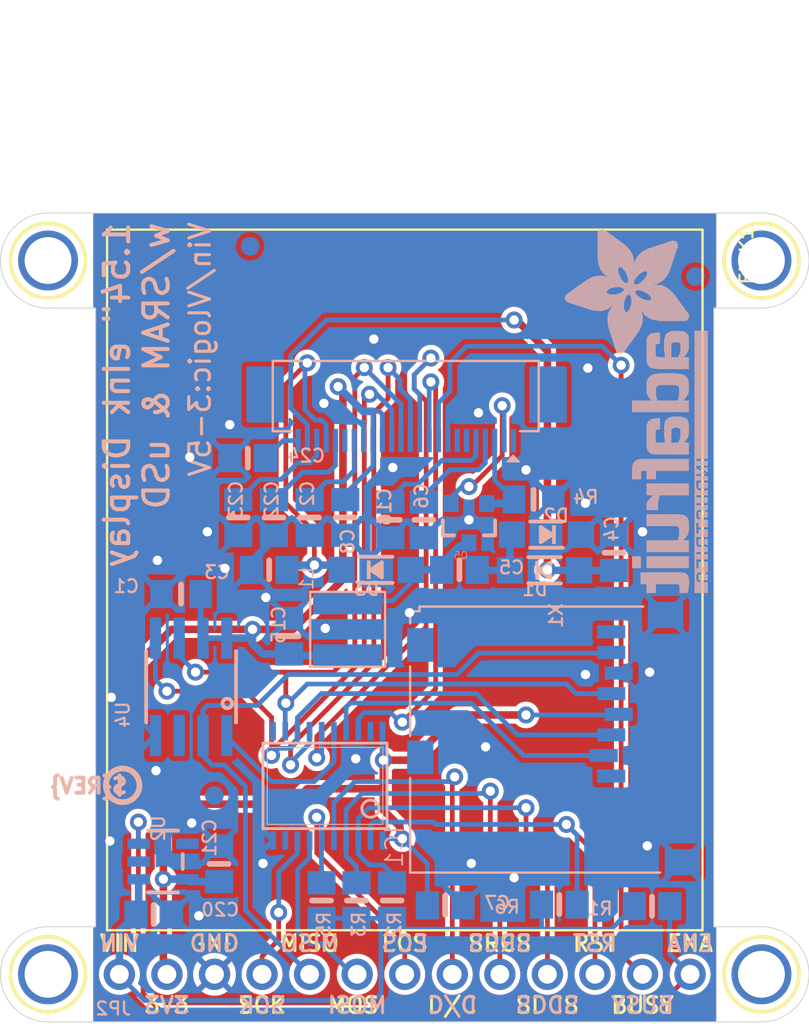
<source format=kicad_pcb>
(kicad_pcb (version 20221018) (generator pcbnew)
  (layers (0 "F.Cu" signal) (31 "B.Cu" signal) (34 "B.Paste" user) (35 "F.Paste" user) (36 "B.SilkS" user "B.Silkscreen") (37 "F.SilkS" user "F.Silkscreen") (38 "B.Mask" user) (39 "F.Mask" user) (44 "Edge.Cuts" user))
  (net 0 "")
  (net 1 "GND")
  (net 2 "3.3V")
  (net 3 "VGH")
  (net 4 "VGL")
  (net 5 "VIN")
  (net 6 "SCLK_3V")
  (net 7 "MOSI_3V")
  (net 8 "DISPCS_3V")
  (net 9 "SRAMCS_3V")
  (net 10 "RESET_3V")
  (net 11 "MISO")
  (net 12 "BUSY")
  (net 13 "RESET")
  (net 14 "SCLK")
  (net 15 "DISPCS")
  (net 16 "SRAMCS")
  (net 17 "SDCS_3V")
  (net 18 "SDCS")
  (net 19 "GDR")
  (net 20 "RESE")
  (net 21 "N$4")
  (net 22 "N$5")
  (net 23 "N$6")
  (net 24 "N$27")
  (net 25 "N$33")
  (net 26 "DC_3V")
  (net 27 "N$2")
  (net 28 "N$3")
  (net 29 "DC")
  (net 30 "MOSI")
  (net 31 "TSCL")
  (net 32 "TSDA")
  (net 33 "ENABLE")
  (net 34 "N$9")
  (footprint "working:MOUNTINGHOLE_2.5_PLATED" (layer "F.Cu") (at 129.4511 124.0536)
    (fp_text reference "U$3" hide)
    (fp_text value "MOUNTINGHOLE2.5" hide)
  )
  (footprint "working:EINK_154IN" (layer "F.Cu") (at 162.3041 92.0026 -90)
    (fp_text reference "EINK1")
    (fp_text value "EINK_EPD0231EINK_154IN_200X200")
  )
  (footprint "working:MOUNTINGHOLE_2.5_PLATED" (layer "F.Cu") (at 167.5511 85.9536)
    (fp_text reference "U$6" hide)
    (fp_text value "MOUNTINGHOLE2.5" hide)
  )
  (footprint "working:MOUNTINGHOLE_2.5_PLATED" (layer "F.Cu") (at 167.5511 124.0536)
    (fp_text reference "U$4" hide)
    (fp_text value "MOUNTINGHOLE2.5" hide)
  )
  (footprint "working:MOUNTINGHOLE_2.5_PLATED" (layer "F.Cu") (at 129.4511 85.9536)
    (fp_text reference "U$5" hide)
    (fp_text value "MOUNTINGHOLE2.5" hide)
  )
  (footprint "working:0805-NO" (layer "B.Cu") (at 147.8261 120.1166 -90)
    (fp_text reference "R2")
    (fp_text value "100K")
  )
  (footprint "working:0805-NO" (layer "B.Cu") (at 151.4221 102.4636)
    (fp_text reference "C5")
    (fp_text value "4.7uF/25V")
  )
  (footprint "working:0805-NO" (layer "B.Cu") (at 140.1191 96.4946)
    (fp_text reference "C24")
    (fp_text value "1uF/6V")
  )
  (footprint "working:0805-NO" (layer "B.Cu") (at 143.4211 99.6696 90)
    (fp_text reference "C2")
    (fp_text value "1uF/10V")
  )
  (footprint "working:ADAFRUIT_TEXT_20MM" (layer "B.Cu") (at 164.6751 84.1286 -90)
    (fp_text reference "U$28" hide)
    (fp_text value "" hide)
  )
  (footprint "working:0805-NO" (layer "B.Cu") (at 156.7561 120.3306 180)
    (fp_text reference "R6")
    (fp_text value "100K")
  )
  (footprint "working:SOIC8_150MIL" (layer "B.Cu") (at 137.0921 108.7066 180)
    (fp_text reference "U4")
    (fp_text value "23K640-I/SN")
  )
  (footprint "working:0805-NO" (layer "B.Cu") (at 145.3261 99.6696 -90)
    (fp_text reference "C8")
    (fp_text value "1uF")
  )
  (footprint "working:0805-NO" (layer "B.Cu") (at 161.7091 120.4176 180)
    (fp_text reference "R1")
    (fp_text value "100K")
  )
  (footprint "working:SOT23-3" (layer "B.Cu") (at 151.9301 99.9236)
    (fp_text reference "Q5")
    (fp_text value "IRLML0100")
  )
  (footprint "working:SOD-123" (layer "B.Cu") (at 146.9771 102.4636)
    (fp_text reference "D3")
    (fp_text value "MBR0530")
  )
  (footprint "working:0805_10MGAP" (layer "B.Cu") (at 155.3845 98.7044)
    (fp_text reference "R4")
    (fp_text value "0.47ohm")
  )
  (footprint "working:0805-NO" (layer "B.Cu") (at 159.6771 101.5492 90)
    (fp_text reference "C4")
    (fp_text value "1uF/25V")
  )
  (footprint "working:0805-NO" (layer "B.Cu") (at 147.7391 99.7966 90)
    (fp_text reference "C16")
    (fp_text value "1uF/25V")
  )
  (footprint "working:FIDUCIAL_1MM" (layer "B.Cu") (at 164.0271 86.8106 180)
    (fp_text reference "FID1" hide)
    (fp_text value "FIDUCIAL_1MM" hide)
  )
  (footprint "working:0805-NO" (layer "B.Cu") (at 139.6111 99.6696 90)
    (fp_text reference "C23")
    (fp_text value "1uF/25V")
  )
  (footprint "working:SOD-123" (layer "B.Cu") (at 155.9687 102.489)
    (fp_text reference "D1")
    (fp_text value "MBR0530")
  )
  (footprint "working:0805-NO" (layer "B.Cu") (at 141.5161 99.6696 90)
    (fp_text reference "C22")
    (fp_text value "1uF/25V")
  )
  (footprint "working:0805-NO" (layer "B.Cu") (at 145.9211 120.1166 -90)
    (fp_text reference "R3")
    (fp_text value "100K")
  )
  (footprint "working:0805-NO" (layer "B.Cu") (at 138.5851 118.1596 90)
    (fp_text reference "C21")
    (fp_text value "10µF")
  )
  (footprint "working:0805-NO" (layer "B.Cu") (at 142.3249 106.0078 -90)
    (fp_text reference "C15")
    (fp_text value "10uF/10V+")
  )
  (footprint "working:FIDUCIAL_1MM" (layer "B.Cu") (at 140.2461 85.1916 180)
    (fp_text reference "FID3" hide)
    (fp_text value "FIDUCIAL_1MM" hide)
  )
  (footprint "working:PCBFEAT-REV-040" (layer "B.Cu") (at 133.4371 113.9676 180)
    (fp_text reference "U$9" hide)
    (fp_text value "" hide)
  )
  (footprint "working:1X13_ROUND_70" (layer "B.Cu") (at 148.5011 124.0536)
    (fp_text reference "JP2")
    (fp_text value "")
  )
  (footprint "working:0805-NO" (layer "B.Cu") (at 150.6601 120.3706)
    (fp_text reference "C7")
    (fp_text value "1uF")
  )
  (footprint "working:INDUCTOR_4X4MM_NR401" (layer "B.Cu") (at 145.4531 105.6386 -90)
    (fp_text reference "L1")
    (fp_text value "10uH")
  )
  (footprint "working:0805-NO" (layer "B.Cu") (at 135.0911 120.8616)
    (fp_text reference "C20")
    (fp_text value "10µF")
  )
  (footprint "working:FIDUCIAL_1MM" (layer "B.Cu") (at 138.3321 114.5166 90)
    (fp_text reference "FID2" hide)
    (fp_text value "FIDUCIAL_1MM" hide)
  )
  (footprint "working:MICROSD" (layer "B.Cu") (at 148.8911 104.4732 -90)
    (fp_text reference "X1")
    (fp_text value "MICROSD")
  )
  (footprint "working:TSSOP20" (layer "B.Cu") (at 144.2447 113.9952 180)
    (fp_text reference "IC1")
    (fp_text value "74LVC245PW")
  )
  (footprint "working:0805_10MGAP" (layer "B.Cu") (at 136.5539 103.7602 180)
    (fp_text reference "C1")
    (fp_text value "1uF")
  )
  (footprint "working:0805-NO" (layer "B.Cu") (at 149.5171 99.7966 90)
    (fp_text reference "C6")
    (fp_text value "1uF/10V")
  )
  (footprint "working:SOD-123" (layer "B.Cu") (at 156.0703 100.584 180)
    (fp_text reference "D2")
    (fp_text value "MBR0530")
  )
  (footprint "working:SOT23-5" (layer "B.Cu") (at 135.5931 118.0326 90)
    (fp_text reference "U2")
    (fp_text value "MIC5225-3.3")
  )
  (footprint "working:0805-NO" (layer "B.Cu") (at 141.2621 102.4636 180)
    (fp_text reference "C3")
    (fp_text value "1uF/25V")
  )
  (footprint "working:0805-NO" (layer "B.Cu") (at 144.0561 120.1166 -90)
    (fp_text reference "R5")
    (fp_text value "100K")
  )
  (gr_line (start 131.9911 121.5136) (end 129.4511 121.5136) (stroke (width 0.05)) (layer "Edge.Cuts"))
  (gr_arc (start 170.0911 85.9536) (mid 169.347151 87.749651) (end 167.5511 88.4936) (stroke (width 0.05)) (layer "Edge.Cuts"))
  (gr_arc (start 167.5511 83.4136) (mid 169.347151 84.157549) (end 170.0911 85.9536) (stroke (width 0.05)) (layer "Edge.Cuts"))
  (gr_line (start 129.4511 83.4136) (end 167.5511 83.4136) (stroke (width 0.05)) (layer "Edge.Cuts"))
  (gr_line (start 167.5511 121.5136) (end 165.0111 121.5136) (stroke (width 0.05)) (layer "Edge.Cuts"))
  (gr_line (start 167.5511 126.5936) (end 129.4511 126.5936) (stroke (width 0.05)) (layer "Edge.Cuts"))
  (gr_line (start 131.9911 88.4936) (end 129.4511 88.4936) (stroke (width 0.05)) (layer "Edge.Cuts"))
  (gr_arc (start 129.4511 88.4936) (mid 127.655049 87.749651) (end 126.911101 85.953599) (stroke (width 0.05)) (layer "Edge.Cuts"))
  (gr_arc (start 170.0911 124.0536) (mid 169.347151 125.849651) (end 167.5511 126.5936) (stroke (width 0.05)) (layer "Edge.Cuts"))
  (gr_line (start 131.9911 88.4936) (end 131.9911 121.5136) (stroke (width 0.05)) (layer "Edge.Cuts"))
  (gr_arc (start 129.4511 126.5936) (mid 127.655049 125.849651) (end 126.911101 124.053599) (stroke (width 0.05)) (layer "Edge.Cuts"))
  (gr_line (start 167.5511 88.4936) (end 165.0111 88.4936) (stroke (width 0.05)) (layer "Edge.Cuts"))
  (gr_arc (start 126.911101 124.053601) (mid 127.655049 122.257549) (end 129.4511 121.5136) (stroke (width 0.05)) (layer "Edge.Cuts"))
  (gr_arc (start 126.9111 85.9536) (mid 127.655049 84.157548) (end 129.451101 83.413599) (stroke (width 0.05)) (layer "Edge.Cuts"))
  (gr_arc (start 167.5511 121.5136) (mid 169.347151 122.257549) (end 170.0911 124.0536) (stroke (width 0.05)) (layer "Edge.Cuts"))
  (gr_line (start 165.0111 121.5136) (end 165.0111 88.4936) (stroke (width 0.05)) (layer "Edge.Cuts"))
  (gr_text "SCK" (at 140.8811 125.7046) (layer "B.SilkS") (effects (font (size 0.8636 0.8636) (thickness 0.1524)) (justify mirror)))
  (gr_text "RST" (at 158.6611 122.4026) (layer "B.SilkS") (effects (font (size 0.8636 0.8636) (thickness 0.1524)) (justify mirror)))
  (gr_text "ENA" (at 163.7411 122.4026) (layer "B.SilkS") (effects (font (size 0.8636 0.8636) (thickness 0.1524)) (justify mirror)))
  (gr_text "ECS" (at 148.5011 122.4026) (layer "B.SilkS") (effects (font (size 0.8636 0.8636) (thickness 0.1524)) (justify mirror)))
  (gr_text "3V3" (at 135.8011 125.7046) (layer "B.SilkS") (effects (font (size 0.8636 0.8636) (thickness 0.1524)) (justify mirror)))
  (gr_text "MOSI" (at 145.9611 125.7046) (layer "B.SilkS") (effects (font (size 0.8636 0.8636) (thickness 0.1524)) (justify mirror)))
  (gr_text "VIN" (at 133.2611 122.4026) (layer "B.SilkS") (effects (font (size 0.8636 0.8636) (thickness 0.1524)) (justify mirror)))
  (gr_text "Vin/Vlogic:3-5V" (at 138.2141 83.7946 -270) (layer "B.SilkS") (effects (font (size 1.1049 1.1049) (thickness 0.1651)) (justify left bottom mirror)))
  (gr_text "MISO" (at 143.4211 122.4026) (layer "B.SilkS") (effects (font (size 0.8636 0.8636) (thickness 0.1524)) (justify mirror)))
  (gr_text "SRCS" (at 153.5811 122.4026) (layer "B.SilkS") (effects (font (size 0.8636 0.8636) (thickness 0.1524)) (justify mirror)))
  (gr_text "D/C" (at 151.0411 125.7046) (layer "B.SilkS") (effects (font (size 0.8636 0.8636) (thickness 0.1524)) (justify mirror)))
  (gr_text "GND" (at 138.3411 122.4026) (layer "B.SilkS") (effects (font (size 0.8636 0.8636) (thickness 0.1524)) (justify mirror)))
  (gr_text "1.54\" eInk Display\nw/SRAM & uSD" (at 132.3721 83.7946 -270) (layer "B.SilkS") (effects (font (size 1.31064 1.31064) (thickness 0.21336)) (justify left top mirror)))
  (gr_text "BUSY" (at 161.2011 125.7046) (layer "B.SilkS") (effects (font (size 0.8636 0.8636) (thickness 0.1524)) (justify mirror)))
  (gr_text "SDCS" (at 156.1211 125.7046) (layer "B.SilkS") (effects (font (size 0.8636 0.8636) (thickness 0.1524)) (justify mirror)))
  (gr_text "ENA" (at 163.7411 122.4026) (layer "F.SilkS") (effects (font (size 0.8636 0.8636) (thickness 0.1524))))
  (gr_text "SDCS" (at 156.1211 125.7046) (layer "F.SilkS") (effects (font (size 0.8636 0.8636) (thickness 0.1524))))
  (gr_text "MOSI" (at 145.9611 125.7046) (layer "F.SilkS") (effects (font (size 0.8636 0.8636) (thickness 0.1524))))
  (gr_text "SRCS" (at 153.5811 122.4026) (layer "F.SilkS") (effects (font (size 0.8636 0.8636) (thickness 0.1524))))
  (gr_text "ECS" (at 148.5011 122.4026) (layer "F.SilkS") (effects (font (size 0.8636 0.8636) (thickness 0.1524))))
  (gr_text "3V3" (at 135.8011 125.7046) (layer "F.SilkS") (effects (font (size 0.8636 0.8636) (thickness 0.1524))))
  (gr_text "VIN" (at 133.2611 122.4026) (layer "F.SilkS") (effects (font (size 0.8636 0.8636) (thickness 0.1524))))
  (gr_text "MISO" (at 143.4211 122.4026) (layer "F.SilkS") (effects (font (size 0.8636 0.8636) (thickness 0.1524))))
  (gr_text "D/C" (at 151.0411 125.7046) (layer "F.SilkS") (effects (font (size 0.8636 0.8636) (thickness 0.1524))))
  (gr_text "RST" (at 158.6611 122.4026) (layer "F.SilkS") (effects (font (size 0.8636 0.8636) (thickness 0.1524))))
  (gr_text "GND" (at 138.3411 122.4026) (layer "F.SilkS") (effects (font (size 0.8636 0.8636) (thickness 0.1524))))
  (gr_text "BUSY" (at 161.2011 125.7046) (layer "F.SilkS") (effects (font (size 0.8636 0.8636) (thickness 0.1524))))
  (gr_text "SCK" (at 140.8811 125.7046) (layer "F.SilkS") (effects (font (size 0.8636 0.8636) (thickness 0.1524))))
  (via (at 135.2931 101.9556) (size 0.9064) (drill 0.5) (layers "F.Cu" "B.Cu") (net 1))
  (via (at 152.0571 118.1354) (size 0.9064) (drill 0.5) (layers "F.Cu" "B.Cu") (net 1))
  (via (at 152.4381 94.0816) (size 0.9064) (drill 0.5) (layers "F.Cu" "B.Cu") (net 1))
  (via (at 161.5821 107.9246) (size 0.9064) (drill 0.5) (layers "F.Cu" "B.Cu") (net 1))
  (via (at 137.9601 100.4316) (size 0.9064) (drill 0.5) (layers "F.Cu" "B.Cu") (net 1))
  (via (at 158.2801 91.694) (size 0.9064) (drill 0.5) (layers "F.Cu" "B.Cu") (net 1))
  (via (at 145.8849 112.5474) (size 0.9064) (drill 0.5) (layers "F.Cu" "B.Cu") (net 1))
  (via (at 132.8293 109.2708) (size 0.9064) (drill 0.5) (layers "F.Cu" "B.Cu") (net 1))
  (via (at 147.8661 97.0026) (size 0.9064) (drill 0.5) (layers "F.Cu" "B.Cu") (net 1))
  (via (at 158.1531 98.9076) (size 0.9064) (drill 0.5) (layers "F.Cu" "B.Cu") (net 1))
  (via (at 154.9781 97.1296) (size 0.9064) (drill 0.5) (layers "F.Cu" "B.Cu") (net 1))
  (via (at 152.8191 111.9124) (size 0.9064) (drill 0.5) (layers "F.Cu" "B.Cu") (net 1))
  (via (at 141.0843 103.9368) (size 0.9064) (drill 0.5) (layers "F.Cu" "B.Cu") (net 1))
  (via (at 132.7531 116.9416) (size 0.9064) (drill 0.5) (layers "F.Cu" "B.Cu") (net 1))
  (via (at 144.1831 93.5736) (size 0.9064) (drill 0.5) (layers "F.Cu" "B.Cu") (net 1))
  (via (at 144.2593 105.5878) (size 0.9064) (drill 0.5) (layers "F.Cu" "B.Cu") (net 1))
  (via (at 146.8501 90.1446) (size 0.9064) (drill 0.5) (layers "F.Cu" "B.Cu") (net 1))
  (via (at 137.0203 96.4438) (size 0.9064) (drill 0.5) (layers "F.Cu" "B.Cu") (net 1))
  (via (at 140.9319 118.1354) (size 0.9064) (drill 0.5) (layers "F.Cu" "B.Cu") (net 1))
  (via (at 138.8999 102.3874) (size 0.9064) (drill 0.5) (layers "F.Cu" "B.Cu") (net 1))
  (via (at 135.2169 113.1824) (size 0.9064) (drill 0.5) (layers "F.Cu" "B.Cu") (net 1))
  (via (at 154.3431 118.8974) (size 0.9064) (drill 0.5) (layers "F.Cu" "B.Cu") (net 1))
  (via (at 161.4551 117.1956) (size 0.9064) (drill 0.5) (layers "F.Cu" "B.Cu") (net 1))
  (via (at 137.5029 120.9294) (size 0.9064) (drill 0.5) (layers "F.Cu" "B.Cu") (net 1))
  (via (at 137.1219 115.9764) (size 0.9064) (drill 0.5) (layers "F.Cu" "B.Cu") (net 1))
  (via (at 139.1539 94.7166) (size 0.9064) (drill 0.5) (layers "F.Cu" "B.Cu") (net 1))
  (via (at 161.2011 100.4316) (size 0.9064) (drill 0.5) (layers "F.Cu" "B.Cu") (net 1))
  (via (at 151.9301 99.7966) (size 0.9064) (drill 0.5) (layers "F.Cu" "B.Cu") (net 1))
  (via (at 158.1531 108.0516) (size 0.9064) (drill 0.5) (layers "F.Cu" "B.Cu") (net 1))
  (via (at 148.7551 104.7496) (size 0.9064) (drill 0.5) (layers "F.Cu" "B.Cu") (net 1))
  (segment (start 146.3041 95.5626) (end 146.3041 94.8056) (width 0.254) (layer "B.Cu") (net 1))
  (segment (start 146.3041 94.8056) (end 146.0881 94.5896) (width 0.254) (layer "B.Cu") (net 1))
  (segment (start 140.3121 102.0166) (end 141.1351 101.1936) (width 0.4064) (layer "B.Cu") (net 1))
  (segment (start 146.0881 94.5896) (end 145.3261 94.5896) (width 0.254) (layer "B.Cu") (net 1))
  (segment (start 150.8041 95.5626) (end 150.8041 94.5726) (width 0.254) (layer "B.Cu") (net 1))
  (segment (start 144.3101 93.5736) (end 144.1831 93.5736) (width 0.254) (layer "B.Cu") (net 1))
  (segment (start 140.3121 102.4636) (end 140.3121 102.0166) (width 0.4064) (layer "B.Cu") (net 1))
  (segment (start 150.8041 94.5726) (end 151.1681 94.2086) (width 0.254) (layer "B.Cu") (net 1))
  (segment (start 145.3261 94.5896) (end 144.3101 93.5736) (width 0.254) (layer "B.Cu") (net 1))
  (segment (start 141.1351 101.1936) (end 141.1351 100.8126) (width 0.4064) (layer "B.Cu") (net 1))
  (segment (start 147.3581 115.2906) (end 147.3581 114.1476) (width 0.4064) (layer "F.Cu") (net 2))
  (segment (start 148.8821 112.6236) (end 147.3581 112.6236) (width 0.4064) (layer "F.Cu") (net 2))
  (segment (start 145.1991 92.9386) (end 144.9451 92.6846) (width 0.4064) (layer "F.Cu") (net 2))
  (segment (start 135.6106 118.9736) (end 135.6106 114.9731) (width 0.4064) (layer "F.Cu") (net 2))
  (segment (start 145.1991 102.9716) (end 145.1991 92.9386) (width 0.4064) (layer "F.Cu") (net 2))
  (segment (start 151.2951 110.2106) (end 154.9781 110.2106) (width 0.4064) (layer "F.Cu") (net 2))
  (segment (start 142.5321 105.6386) (end 145.1991 102.9716) (width 0.4064) (layer "F.Cu") (net 2))
  (segment (start 134.0231 107.6706) (end 136.0551 105.6386) (width 0.4064) (layer "F.Cu") (net 2))
  (segment (start 135.6106 123.8631) (end 135.6106 118.9736) (width 0.4064) (layer "F.Cu") (net 2))
  (segment (start 142.4686 114.9731) (end 143.2941 114.1476) (width 0.4064) (layer "F.Cu") (net 2))
  (segment (start 136.0551 105.6386) (end 140.3731 105.6386) (width 0.4064) (layer "F.Cu") (net 2))
  (segment (start 135.8011 124.0536) (end 135.6106 123.8631) (width 0.4064) (layer "F.Cu") (net 2))
  (segment (start 148.3741 116.8146) (end 148.2471 116.6876) (width 0.4064) (layer "F.Cu") (net 2))
  (segment (start 135.6106 114.9731) (end 142.4686 114.9731) (width 0.4064) (layer "F.Cu") (net 2))
  (segment (start 143.2941 114.1476) (end 147.3581 114.1476) (width 0.4064) (layer "F.Cu") (net 2))
  (segment (start 134.0231 113.3856) (end 134.0231 107.6706) (width 0.4064) (layer "F.Cu") (net 2))
  (segment (start 151.2951 110.2106) (end 148.8821 112.6236) (width 0.4064) (layer "F.Cu") (net 2))
  (segment (start 140.3731 105.6386) (end 142.5321 105.6386) (width 0.4064) (layer "F.Cu") (net 2))
  (segment (start 147.3581 114.1476) (end 147.3581 112.6236) (width 0.4064) (layer "F.Cu") (net 2))
  (segment (start 148.2471 116.1796) (end 147.3581 115.2906) (width 0.4064) (layer "F.Cu") (net 2))
  (segment (start 135.6106 114.9731) (end 134.0231 113.3856) (width 0.4064) (layer "F.Cu") (net 2))
  (segment (start 148.2471 116.6876) (end 148.2471 116.1796) (width 0.4064) (layer "F.Cu") (net 2))
  (via (at 147.3581 112.6236) (size 0.9064) (drill 0.5) (layers "F.Cu" "B.Cu") (net 2))
  (via (at 135.6106 118.9736) (size 0.9064) (drill 0.5) (layers "F.Cu" "B.Cu") (net 2))
  (via (at 148.3741 116.8146) (size 0.9064) (drill 0.5) (layers "F.Cu" "B.Cu") (net 2))
  (via (at 140.3731 105.6386) (size 0.9064) (drill 0.5) (layers "F.Cu" "B.Cu") (net 2))
  (via (at 154.9781 110.2106) (size 0.9064) (drill 0.5) (layers "F.Cu" "B.Cu") (net 2))
  (via (at 144.9451 92.6846) (size 0.9064) (drill 0.5) (layers "F.Cu" "B.Cu") (net 2))
  (segment (start 145.3261 98.3996) (end 145.3261 98.7196) (width 0.254) (layer "B.Cu") (net 2))
  (segment (start 137.0202 119.1096) (end 136.8932 118.9826) (width 0.4064) (layer "B.Cu") (net 2))
  (segment (start 146.8041 94.0006) (end 146.2611 94.0006) (width 0.4064) (layer "B.Cu") (net 2))
  (segment (start 149.7101 120.3706) (end 149.7101 118.1506) (width 0.254) (layer "B.Cu") (net 2))
  (segment (start 147.3197 112.6236) (end 147.3581 112.6236) (width 0.3048) (layer "B.Cu") (net 2))
  (segment (start 147.3041 94.1546) (end 147.3041 95.5626) (width 0.254) (layer "B.Cu") (net 2))
  (segment (start 147.3197 111.0774) (end 147.3197 112.6236) (width 0.3048) (layer "B.Cu") (net 2))
  (segment (start 140.9303 106.9578) (end 140.3731 106.4006) (width 0.4064) (layer "B.Cu") (net 2))
  (segment (start 145.4531 107.0386) (end 142.4057 107.0386) (width 0.4064) (layer "B.Cu") (net 2))
  (segment (start 147.3041 94.1546) (end 147.1501 94.0006) (width 0.254) (layer "B.Cu") (net 2))
  (segment (start 146.8041 95.5626) (end 146.8041 94.0006) (width 0.254) (layer "B.Cu") (net 2))
  (segment (start 146.8041 95.5626) (end 146.8041 96.9216) (width 0.254) (layer "B.Cu") (net 2))
  (segment (start 147.4181 116.8146) (end 148.3741 116.8146) (width 0.254) (layer "B.Cu") (net 2))
  (segment (start 146.2611 94.0006) (end 144.9451 92.6846) (width 0.4064) (layer "B.Cu") (net 2))
  (segment (start 138.5851 119.1096) (end 137.0202 119.1096) (width 0.4064) (layer "B.Cu") (net 2))
  (segment (start 147.3197 116.913) (end 147.4181 116.8146) (width 0.254) (layer "B.Cu") (net 2))
  (segment (start 140.3731 106.1466) (end 140.3731 105.6386) (width 0.4064) (layer "B.Cu") (net 2))
  (segment (start 138.9971 106.1066) (end 137.7271 106.1066) (width 0.3048) (layer "B.Cu") (net 2))
  (segment (start 142.4057 107.0386) (end 142.3249 106.9578) (width 0.4064) (layer "B.Cu") (net 2))
  (segment (start 136.8842 118.9736) (end 135.6106 118.9736) (width 0.4064) (layer "B.Cu") (net 2))
  (segment (start 140.3331 106.1066) (end 140.3731 106.1466) (width 0.4064) (layer "B.Cu") (net 2))
  (segment (start 159.9311 110.2106) (end 154.9781 110.2106) (width 0.254) (layer "B.Cu") (net 2))
  (segment (start 137.7271 106.1066) (end 137.6039 105.9834) (width 0.3048) (layer "B.Cu") (net 2))
  (segment (start 138.9971 106.1066) (end 140.3331 106.1066) (width 0.4064) (layer "B.Cu") (net 2))
  (segment (start 147.1501 94.0006) (end 146.8041 94.0006) (width 0.254) (layer "B.Cu") (net 2))
  (segment (start 136.8932 118.9826) (end 136.8842 118.9736) (width 0.4064) (layer "B.Cu") (net 2))
  (segment (start 146.8041 96.9216) (end 145.3261 98.3996) (width 0.254) (layer "B.Cu") (net 2))
  (segment (start 159.9311 110.1732) (end 159.9311 110.2106) (width 0.254) (layer "B.Cu") (net 2))
  (segment (start 149.7101 118.1506) (end 148.3741 116.8146) (width 0.254) (layer "B.Cu") (net 2))
  (segment (start 142.3249 106.9578) (end 140.9303 106.9578) (width 0.4064) (layer "B.Cu") (net 2))
  (segment (start 144.9451 92.6496) (end 144.9451 92.6846) (width 0.4064) (layer "B.Cu") (net 2))
  (segment (start 140.3731 106.4006) (end 140.3731 106.1466) (width 0.4064) (layer "B.Cu") (net 2))
  (segment (start 137.6039 105.9834) (end 137.6039 103.7602) (width 0.3048) (layer "B.Cu") (net 2))
  (segment (start 142.1511 98.9076) (end 142.1511 92.5576) (width 0.254) (layer "F.Cu") (net 3))
  (segment (start 143.6751 102.2096) (end 143.6751 100.4316) (width 0.254) (layer "F.Cu") (net 3))
  (segment (start 142.1511 92.5576) (end 143.2941 91.4146) (width 0.254) (layer "F.Cu") (net 3))
  (segment (start 143.6751 100.4316) (end 142.1511 98.9076) (width 0.254) (layer "F.Cu") (net 3))
  (via (at 143.2941 91.4146) (size 0.9064) (drill 0.5) (layers "F.Cu" "B.Cu") (net 3))
  (via (at 143.6751 102.2096) (size 0.9064) (drill 0.5) (layers "F.Cu" "B.Cu") (net 3))
  (segment (start 142.2121 102.4636) (end 142.2121 102.3366) (width 0.4064) (layer "B.Cu") (net 3))
  (segment (start 142.5321 102.2096) (end 143.6751 102.2096) (width 0.4064) (layer "B.Cu") (net 3))
  (segment (start 143.7259 94.4626) (end 143.1671 93.9038) (width 0.254) (layer "B.Cu") (net 3))
  (segment (start 143.1671 93.9038) (end 143.1671 91.7956) (width 0.254) (layer "B.Cu") (net 3))
  (segment (start 145.1271 102.4636) (end 144.8181 102.4636) (width 0.4064) (layer "B.Cu") (net 3))
  (segment (start 142.2121 102.3366) (end 142.4051 102.3366) (width 0.4064) (layer "B.Cu") (net 3))
  (segment (start 143.2941 91.6686) (end 143.2941 91.4146) (width 0.254) (layer "B.Cu") (net 3))
  (segment (start 144.3041 94.7106) (end 144.0561 94.4626) (width 0.254) (layer "B.Cu") (net 3))
  (segment (start 142.4051 102.3366) (end 142.5321 102.2096) (width 0.4064) (layer "B.Cu") (net 3))
  (segment (start 144.0561 94.4626) (end 143.7259 94.4626) (width 0.254) (layer "B.Cu") (net 3))
  (segment (start 143.1671 91.7956) (end 143.2941 91.6686) (width 0.254) (layer "B.Cu") (net 3))
  (segment (start 144.3041 95.5626) (end 144.3041 94.7106) (width 0.254) (layer "B.Cu") (net 3))
  (segment (start 144.8181 102.4636) (end 144.5641 102.2096) (width 0.4064) (layer "B.Cu") (net 3))
  (segment (start 144.5641 102.2096) (end 143.6751 102.2096) (width 0.4064) (layer "B.Cu") (net 3))
  (segment (start 156.1211 90.7796) (end 154.4701 89.1286) (width 0.4064) (layer "F.Cu") (net 4))
  (segment (start 156.1211 102.4636) (end 156.1211 90.7796) (width 0.4064) (layer "F.Cu") (net 4))
  (segment (start 154.3431 89.1286) (end 154.4701 89.1286) (width 0.254) (layer "F.Cu") (net 4))
  (via (at 154.3431 89.1286) (size 0.9064) (drill 0.5) (layers "F.Cu" "B.Cu") (net 4))
  (via (at 156.1211 102.4636) (size 0.9064) (drill 0.5) (layers "F.Cu" "B.Cu") (net 4))
  (segment (start 142.4151 91.0236) (end 144.3101 89.1286) (width 0.254) (layer "B.Cu") (net 4))
  (segment (start 143.3041 95.5626) (end 143.3041 94.7266) (width 0.254) (layer "B.Cu") (net 4))
  (segment (start 157.8187 102.489) (end 156.1465 102.489) (width 0.4064) (layer "B.Cu") (net 4))
  (segment (start 143.3041 94.7266) (end 142.4151 93.8376) (width 0.254) (layer "B.Cu") (net 4))
  (segment (start 156.1465 102.489) (end 156.1211 102.4636) (width 0.4064) (layer "B.Cu") (net 4))
  (segment (start 142.4151 93.8376) (end 142.4151 91.0236) (width 0.254) (layer "B.Cu") (net 4))
  (segment (start 144.3101 89.1286) (end 154.3431 89.1286) (width 0.254) (layer "B.Cu") (net 4))
  (segment (start 159.6771 102.4992) (end 157.8289 102.4992) (width 0.4064) (layer "B.Cu") (net 4))
  (segment (start 157.8289 102.4992) (end 157.8187 102.489) (width 0.4064) (layer "B.Cu") (net 4))
  (segment (start 147.2311 121.1936) (end 147.1041 121.0666) (width 0.254) (layer "B.Cu") (net 5))
  (segment (start 146.8501 125.4506) (end 134.5946 125.4506) (width 0.254) (layer "B.Cu") (net 5))
  (segment (start 147.1041 121.0666) (end 145.9211 121.0666) (width 0.254) (layer "B.Cu") (net 5))
  (segment (start 146.8501 125.4506) (end 147.2311 125.0696) (width 0.254) (layer "B.Cu") (net 5))
  (segment (start 133.2611 121.7416) (end 134.1411 120.8616) (width 0.4064) (layer "B.Cu") (net 5))
  (segment (start 159.5361 121.6406) (end 160.7591 120.4176) (width 0.254) (layer "B.Cu") (net 5))
  (segment (start 147.8261 121.0666) (end 147.1041 121.0666) (width 0.254) (layer "B.Cu") (net 5))
  (segment (start 133.2611 124.0536) (end 133.2611 121.7416) (width 0.4064) (layer "B.Cu") (net 5))
  (segment (start 134.5946 125.4506) (end 133.2611 124.1171) (width 0.254) (layer "B.Cu") (net 5))
  (segment (start 159.5361 121.6406) (end 155.8061 121.6406) (width 0.254) (layer "B.Cu") (net 5))
  (segment (start 133.2611 124.1171) (end 133.2611 124.0536) (width 0.254) (layer "B.Cu") (net 5))
  (segment (start 134.293 118.9826) (end 134.293 120.7097) (width 0.4064) (layer "B.Cu") (net 5))
  (segment (start 134.293 120.7097) (end 134.1411 120.8616) (width 0.4064) (layer "B.Cu") (net 5))
  (segment (start 147.2311 125.0696) (end 147.2311 121.1936) (width 0.254) (layer "B.Cu") (net 5))
  (segment (start 155.8061 120.3306) (end 155.8061 121.6406) (width 0.254) (layer "B.Cu") (net 5))
  (segment (start 147.8261 121.6406) (end 147.8261 121.0666) (width 0.254) (layer "B.Cu") (net 5))
  (segment (start 155.8061 121.6406) (end 147.8261 121.6406) (width 0.254) (layer "B.Cu") (net 5))
  (segment (start 145.9211 121.0666) (end 144.0561 121.0666) (width 0.254) (layer "B.Cu") (net 5))
  (segment (start 145.8341 106.7816) (end 145.8341 92.1766) (width 0.254) (layer "F.Cu") (net 6))
  (segment (start 144.6911 107.9246) (end 145.8341 106.7816) (width 0.254) (layer "F.Cu") (net 6))
  (segment (start 144.6911 107.9246) (end 142.1511 107.9246) (width 0.254) (layer "F.Cu") (net 6))
  (segment (start 142.1511 107.9246) (end 137.3251 107.9246) (width 0.254) (layer "F.Cu") (net 6))
  (segment (start 142.1511 109.5756) (end 142.1511 107.9246) (width 0.254) (layer "F.Cu") (net 6))
  (segment (start 145.8341 92.1766) (end 146.3421 91.6686) (width 0.254) (layer "F.Cu") (net 6))
  (via (at 137.3251 107.9246) (size 0.9064) (drill 0.5) (layers "F.Cu" "B.Cu") (net 6))
  (via (at 142.1511 109.5756) (size 0.9064) (drill 0.5) (layers "F.Cu" "B.Cu") (net 6))
  (via (at 146.3421 91.6686) (size 0.9064) (drill 0.5) (layers "F.Cu" "B.Cu") (net 6))
  (segment (start 157.6507 109.0732) (end 159.5311 109.0732) (width 0.254) (layer "B.Cu") (net 6))
  (segment (start 148.3041 93.6306) (end 148.3041 95.5626) (width 0.254) (layer "B.Cu") (net 6))
  (segment (start 142.1197 109.607) (end 142.1511 109.5756) (width 0.254) (layer "B.Cu") (net 6))
  (segment (start 146.3421 91.6686) (end 148.3041 93.6306) (width 0.254) (layer "B.Cu") (net 6))
  (segment (start 142.1197 109.734) (end 142.1197 109.607) (width 0.254) (layer "B.Cu") (net 6))
  (segment (start 137.3251 107.9246) (end 136.4571 107.0566) (width 0.254) (layer "B.Cu") (net 6))
  (segment (start 142.1197 109.734) (end 143.2941 108.5596) (width 0.254) (layer "B.Cu") (net 6))
  (segment (start 157.1371 108.5596) (end 157.6507 109.0732) (width 0.254) (layer "B.Cu") (net 6))
  (segment (start 142.1197 111.0774) (end 142.1197 109.734) (width 0.254) (layer "B.Cu") (net 6))
  (segment (start 143.2941 108.5596) (end 157.1371 108.5596) (width 0.254) (layer "B.Cu") (net 6))
  (segment (start 136.4571 107.0566) (end 136.4571 106.1066) (width 0.254) (layer "B.Cu") (net 6))
  (segment (start 139.9921 108.9406) (end 141.3891 110.3376) (width 0.254) (layer "F.Cu") (net 7))
  (segment (start 146.3421 107.1626) (end 146.3421 93.3704) (width 0.254) (layer "F.Cu") (net 7))
  (segment (start 141.3891 110.3376) (end 141.3891 112.1156) (width 0.254) (layer "F.Cu") (net 7))
  (segment (start 135.8011 108.9406) (end 139.9921 108.9406) (width 0.254) (layer "F.Cu") (net 7))
  (segment (start 146.3421 107.1626) (end 141.3891 112.1156) (width 0.254) (layer "F.Cu") (net 7))
  (segment (start 146.3421 93.3704) (end 146.6215 93.091) (width 0.254) (layer "F.Cu") (net 7))
  (segment (start 141.3891 112.1156) (end 141.3891 112.3696) (width 0.254) (layer "F.Cu") (net 7))
  (via (at 141.3891 112.3696) (size 0.9064) (drill 0.5) (layers "F.Cu" "B.Cu") (net 7))
  (via (at 146.6215 93.091) (size 0.9064) (drill 0.5) (layers "F.Cu" "B.Cu") (net 7))
  (via (at 135.8011 108.9406) (size 0.9064) (drill 0.5) (layers "F.Cu" "B.Cu") (net 7))
  (segment (start 144.0561 109.0676) (end 142.7697 110.354) (width 0.254) (layer "B.Cu") (net 7))
  (segment (start 147.8041 93.8926) (end 147.0025 93.091) (width 0.254) (layer "B.Cu") (net 7))
  (segment (start 135.1871 106.1066) (end 135.1871 108.3266) (width 0.254) (layer "B.Cu") (net 7))
  (segment (start 141.7701 111.9886) (end 141.3891 112.3696) (width 0.254) (layer "B.Cu") (net 7))
  (segment (start 142.7697 111.0774) (end 142.7697 111.624) (width 0.254) (layer "B.Cu") (net 7))
  (segment (start 147.0025 93.091) (end 146.6215 93.091) (width 0.254) (layer "B.Cu") (net 7))
  (segment (start 135.1871 108.3266) (end 135.8011 108.9406) (width 0.254) (layer "B.Cu") (net 7))
  (segment (start 154.5167 111.2732) (end 152.3111 109.0676) (width 0.254) (layer "B.Cu") (net 7))
  (segment (start 142.7697 111.0774) (end 142.7697 110.354) (width 0.254) (layer "B.Cu") (net 7))
  (segment (start 159.5311 111.2732) (end 154.5167 111.2732) (width 0.254) (layer "B.Cu") (net 7))
  (segment (start 152.3111 109.0676) (end 144.0561 109.0676) (width 0.254) (layer "B.Cu") (net 7))
  (segment (start 142.7697 111.624) (end 142.4051 111.9886) (width 0.254) (layer "B.Cu") (net 7))
  (segment (start 142.4051 111.9886) (end 141.7701 111.9886) (width 0.254) (layer "B.Cu") (net 7))
  (segment (start 147.8041 93.8926) (end 147.8041 95.5626) (width 0.254) (layer "B.Cu") (net 7))
  (segment (start 146.8501 94.0816) (end 146.8501 107.4166) (width 0.254) (layer "F.Cu") (net 8))
  (segment (start 142.4051 111.8616) (end 142.4051 112.8776) (width 0.254) (layer "F.Cu") (net 8))
  (segment (start 147.6121 91.6686) (end 147.6121 93.3196) (width 0.254) (layer "F.Cu") (net 8))
  (segment (start 146.8501 107.4166) (end 142.4051 111.8616) (width 0.254) (layer "F.Cu") (net 8))
  (segment (start 147.6121 93.3196) (end 146.8501 94.0816) (width 0.254) (layer "F.Cu") (net 8))
  (via (at 142.4051 112.8776) (size 0.9064) (drill 0.5) (layers "F.Cu" "B.Cu") (net 8))
  (via (at 147.6121 91.6686) (size 0.9064) (drill 0.5) (layers "F.Cu" "B.Cu") (net 8))
  (segment (start 148.8041 93.3686) (end 148.2471 92.8116) (width 0.254) (layer "B.Cu") (net 8))
  (segment (start 148.2471 92.8116) (end 148.2471 92.3036) (width 0.254) (layer "B.Cu") (net 8))
  (segment (start 143.4197 111.736) (end 143.4197 111.0774) (width 0.254) (layer "B.Cu") (net 8))
  (segment (start 148.2471 92.3036) (end 147.6121 91.6686) (width 0.254) (layer "B.Cu") (net 8))
  (segment (start 142.4051 112.8776) (end 142.4051 112.7506) (width 0.254) (layer "B.Cu") (net 8))
  (segment (start 148.8041 95.5626) (end 148.8041 93.3686) (width 0.254) (layer "B.Cu") (net 8))
  (segment (start 142.4051 112.7506) (end 143.4197 111.736) (width 0.254) (layer "B.Cu") (net 8))
  (segment (start 147.9151 91.9716) (end 147.6121 91.6686) (width 0.254) (layer "B.Cu") (net 8))
  (segment (start 138.9761 111.3276) (end 138.9971 111.3066) (width 0.254) (layer "B.Cu") (net 9))
  (segment (start 138.9291 111.3066) (end 138.9971 111.3066) (width 0.254) (layer "B.Cu") (net 9))
  (segment (start 143.6751 113.7666) (end 141.3891 113.7666) (width 0.254) (layer "B.Cu") (net 9))
  (segment (start 144.7197 112.722) (end 143.6751 113.7666) (width 0.254) (layer "B.Cu") (net 9))
  (segment (start 141.3891 113.7666) (end 138.9291 111.3066) (width 0.254) (layer "B.Cu") (net 9))
  (segment (start 144.7197 111.0774) (end 144.7197 112.722) (width 0.254) (layer "B.Cu") (net 9))
  (segment (start 148.3741 110.5916) (end 150.1521 108.8136) (width 0.254) (layer "F.Cu") (net 10))
  (segment (start 150.1521 108.8136) (end 150.1521 92.6846) (width 0.254) (layer "F.Cu") (net 10))
  (segment (start 150.1521 92.6846) (end 149.8981 92.4306) (width 0.254) (layer "F.Cu") (net 10))
  (via (at 148.3741 110.5916) (size 0.9064) (drill 0.5) (layers "F.Cu" "B.Cu") (net 10))
  (via (at 149.8981 92.4306) (size 0.9064) (drill 0.5) (layers "F.Cu" "B.Cu") (net 10))
  (segment (start 149.8041 95.5626) (end 149.8041 92.5246) (width 0.254) (layer "B.Cu") (net 10))
  (segment (start 146.3421 110.0836) (end 147.7391 110.0836) (width 0.254) (layer "B.Cu") (net 10))
  (segment (start 146.0197 111.0774) (end 146.0197 110.406) (width 0.254) (layer "B.Cu") (net 10))
  (segment (start 146.0197 110.406) (end 146.3421 110.0836) (width 0.254) (layer "B.Cu") (net 10))
  (segment (start 149.8981 92.4306) (end 149.8041 92.5246) (width 0.254) (layer "B.Cu") (net 10))
  (segment (start 147.7391 110.0836) (end 148.2471 110.5916) (width 0.254) (layer "B.Cu") (net 10))
  (segment (start 148.2471 110.5916) (end 148.3741 110.5916) (width 0.254) (layer "B.Cu") (net 10))
  (segment (start 137.9601 109.7026) (end 137.7061 109.9566) (width 0.254) (layer "B.Cu") (net 11))
  (segment (start 137.7061 112.3696) (end 137.7061 112.3696) (width 0.254) (layer "B.Cu") (net 11))
  (segment (start 137.7061 109.9566) (end 137.7061 109.956599) (width 0.254) (layer "B.Cu") (net 11))
  (segment (start 151.2951 108.0516) (end 152.4381 106.9086) (width 0.254) (layer "B.Cu") (net 11))
  (segment (start 137.7061 109.956599) (end 137.7271 110.0073) (width 0.254) (layer "B.Cu") (net 11))
  (segment (start 142.2781 108.0516) (end 140.6271 109.7026) (width 0.254) (layer "B.Cu") (net 11))
  (segment (start 137.7271 112.3189) (end 137.7271 111.3066) (width 0.254) (layer "B.Cu") (net 11))
  (segment (start 137.7061 112.3696) (end 137.7271 112.3189) (width 0.254) (layer "B.Cu") (net 11))
  (segment (start 158.7881 106.9086) (end 158.8235 106.8732) (width 0.254) (layer "B.Cu") (net 11))
  (segment (start 138.2141 112.8776) (end 137.7061 112.3696) (width 0.254) (layer "B.Cu") (net 11))
  (segment (start 139.9921 120.6246) (end 143.4211 124.0536) (width 0.254) (layer "B.Cu") (net 11))
  (segment (start 140.6271 109.7026) (end 137.9601 109.7026) (width 0.254) (layer "B.Cu") (net 11))
  (segment (start 138.8491 112.8776) (end 138.2141 112.8776) (width 0.254) (layer "B.Cu") (net 11))
  (segment (start 139.9921 114.0206) (end 139.9921 120.6246) (width 0.254) (layer "B.Cu") (net 11))
  (segment (start 152.4381 106.9086) (end 158.7881 106.9086) (width 0.254) (layer "B.Cu") (net 11))
  (segment (start 139.9921 114.0206) (end 138.8491 112.8776) (width 0.254) (layer "B.Cu") (net 11))
  (segment (start 142.2781 108.0516) (end 151.2951 108.0516) (width 0.254) (layer "B.Cu") (net 11))
  (segment (start 137.7271 110.0073) (end 137.7271 111.3066) (width 0.254) (layer "B.Cu") (net 11))
  (segment (start 159.5311 106.8732) (end 158.8235 106.8732) (width 0.254) (layer "B.Cu") (net 11))
  (segment (start 160.0581 91.5416) (end 160.0581 122.9741) (width 0.254) (layer "F.Cu") (net 12))
  (segment (start 161.1376 124.0536) (end 161.2011 124.0536) (width 0.254) (layer "F.Cu") (net 12))
  (segment (start 160.0581 122.9741) (end 161.1376 124.0536) (width 0.254) (layer "F.Cu") (net 12))
  (via (at 160.0581 91.5416) (size 0.9064) (drill 0.5) (layers "F.Cu" "B.Cu") (net 12))
  (segment (start 150.9141 91.4146) (end 151.8031 90.5256) (width 0.254) (layer "B.Cu") (net 12))
  (segment (start 150.3041 95.5626) (end 150.3041 93.5486) (width 0.254) (layer "B.Cu") (net 12))
  (segment (start 159.0421 90.5256) (end 160.0581 91.5416) (width 0.254) (layer "B.Cu") (net 12))
  (segment (start 151.8031 90.5256) (end 159.0421 90.5256) (width 0.254) (layer "B.Cu") (net 12))
  (segment (start 150.3041 93.5486) (end 150.9141 92.9386) (width 0.254) (layer "B.Cu") (net 12))
  (segment (start 150.9141 92.9386) (end 150.9141 91.4146) (width 0.254) (layer "B.Cu") (net 12))
  (segment (start 157.1371 116.0526) (end 158.6611 117.5766) (width 0.254) (layer "F.Cu") (net 13))
  (segment (start 158.6611 117.5766) (end 158.6611 124.0536) (width 0.254) (layer "F.Cu") (net 13))
  (via (at 157.1371 116.0526) (size 0.9064) (drill 0.5) (layers "F.Cu" "B.Cu") (net 13))
  (segment (start 146.6697 116.913) (end 146.6697 116.106) (width 0.254) (layer "B.Cu") (net 13))
  (segment (start 150.1521 116.0526) (end 157.1371 116.0526) (width 0.254) (layer "B.Cu") (net 13))
  (segment (start 146.6697 116.106) (end 146.8501 115.9256) (width 0.254) (layer "B.Cu") (net 13))
  (segment (start 150.0251 115.9256) (end 150.1521 116.0526) (width 0.254) (layer "B.Cu") (net 13))
  (segment (start 157.7061 120.3306) (end 157.7061 116.6216) (width 0.254) (layer "B.Cu") (net 13))
  (segment (start 146.8501 115.9256) (end 150.0251 115.9256) (width 0.254) (layer "B.Cu") (net 13))
  (segment (start 157.7061 116.6216) (end 157.1371 116.0526) (width 0.254) (layer "B.Cu") (net 13))
  (segment (start 140.8811 123.1011) (end 140.8811 124.0536) (width 0.254) (layer "F.Cu") (net 14))
  (segment (start 141.7701 122.2121) (end 140.8811 123.1011) (width 0.254) (layer "F.Cu") (net 14))
  (segment (start 141.7701 120.7516) (end 141.7701 122.2121) (width 0.254) (layer "F.Cu") (net 14))
  (via (at 141.7701 120.7516) (size 0.9064) (drill 0.5) (layers "F.Cu" "B.Cu") (net 14))
  (segment (start 142.7697 117.593) (end 141.7701 118.5926) (width 0.254) (layer "B.Cu") (net 14))
  (segment (start 141.7701 118.5926) (end 141.7701 120.7516) (width 0.254) (layer "B.Cu") (net 14))
  (segment (start 142.7697 116.913) (end 142.7697 117.593) (width 0.254) (layer "B.Cu") (net 14))
  (segment (start 148.5011 122.2756) (end 148.5011 124.0536) (width 0.254) (layer "F.Cu") (net 15))
  (segment (start 143.8021 115.6716) (end 143.8021 117.5766) (width 0.254) (layer "F.Cu") (net 15))
  (segment (start 143.8021 117.5766) (end 148.5011 122.2756) (width 0.254) (layer "F.Cu") (net 15))
  (via (at 143.8021 115.6716) (size 0.9064) (drill 0.5) (layers "F.Cu" "B.Cu") (net 15))
  (segment (start 144.0697 116.913) (end 144.0697 115.9392) (width 0.254) (layer "B.Cu") (net 15))
  (segment (start 144.0697 115.9392) (end 143.8021 115.6716) (width 0.254) (layer "B.Cu") (net 15))
  (segment (start 144.0561 116.9266) (end 144.0561 119.1666) (width 0.254) (layer "B.Cu") (net 15))
  (segment (start 144.0697 116.913) (end 144.0561 116.9266) (width 0.254) (layer "B.Cu") (net 15))
  (segment (start 153.5811 119.8626) (end 153.0731 119.3546) (width 0.254) (layer "F.Cu") (net 16))
  (segment (start 153.0731 119.3546) (end 153.0731 114.2746) (width 0.254) (layer "F.Cu") (net 16))
  (segment (start 153.5811 124.0536) (end 153.5811 119.8626) (width 0.254) (layer "F.Cu") (net 16))
  (via (at 153.0731 114.2746) (size 0.9064) (drill 0.5) (layers "F.Cu" "B.Cu") (net 16))
  (segment (start 145.9211 118.2986) (end 145.9211 119.1666) (width 0.254) (layer "B.Cu") (net 16))
  (segment (start 145.3697 116.913) (end 145.3697 115.247) (width 0.254) (layer "B.Cu") (net 16))
  (segment (start 145.3697 116.913) (end 145.3697 117.7472) (width 0.254) (layer "B.Cu") (net 16))
  (segment (start 152.9461 114.4016) (end 153.0731 114.2746) (width 0.254) (layer "B.Cu") (net 16))
  (segment (start 146.2151 114.4016) (end 152.9461 114.4016) (width 0.254) (layer "B.Cu") (net 16))
  (segment (start 145.3697 117.7472) (end 145.9211 118.2986) (width 0.254) (layer "B.Cu") (net 16))
  (segment (start 145.3697 115.247) (end 146.2151 114.4016) (width 0.254) (layer "B.Cu") (net 16))
  (segment (start 145.3697 109.786) (end 145.5801 109.5756) (width 0.254) (layer "B.Cu") (net 17))
  (segment (start 152.0571 109.5756) (end 154.8547 112.3732) (width 0.254) (layer "B.Cu") (net 17))
  (segment (start 145.3697 111.0774) (end 145.3697 109.786) (width 0.254) (layer "B.Cu") (net 17))
  (segment (start 152.0571 109.5756) (end 145.5801 109.5756) (width 0.254) (layer "B.Cu") (net 17))
  (segment (start 154.8547 112.3732) (end 159.1311 112.3732) (width 0.254) (layer "B.Cu") (net 17))
  (segment (start 154.9781 117.5766) (end 154.9781 115.1636) (width 0.254) (layer "F.Cu") (net 18))
  (segment (start 156.1211 118.7196) (end 154.9781 117.5766) (width 0.254) (layer "F.Cu") (net 18))
  (segment (start 156.1211 124.0536) (end 156.1211 118.7196) (width 0.254) (layer "F.Cu") (net 18))
  (via (at 154.9781 115.1636) (size 0.9064) (drill 0.5) (layers "F.Cu" "B.Cu") (net 18))
  (segment (start 146.0197 116.913) (end 146.0197 115.74) (width 0.254) (layer "B.Cu") (net 18))
  (segment (start 146.0197 117.6352) (end 146.5961 118.2116) (width 0.254) (layer "B.Cu") (net 18))
  (segment (start 147.7391 118.5926) (end 147.7391 119.0796) (width 0.254) (layer "B.Cu") (net 18))
  (segment (start 146.0197 115.74) (end 146.5961 115.1636) (width 0.254) (layer "B.Cu") (net 18))
  (segment (start 146.5961 115.1636) (end 154.9781 115.1636) (width 0.254) (layer "B.Cu") (net 18))
  (segment (start 147.7391 119.0796) (end 147.8261 119.1666) (width 0.254) (layer "B.Cu") (net 18))
  (segment (start 146.5961 118.2116) (end 147.3581 118.2116) (width 0.254) (layer "B.Cu") (net 18))
  (segment (start 146.0197 116.913) (end 146.0197 117.6352) (width 0.254) (layer "B.Cu") (net 18))
  (segment (start 147.3581 118.2116) (end 147.7391 118.5926) (width 0.254) (layer "B.Cu") (net 18))
  (segment (start 153.7081 96.3676) (end 153.7081 93.7006) (width 0.254) (layer "F.Cu") (net 19))
  (segment (start 153.7081 96.3676) (end 152.0571 98.0186) (width 0.254) (layer "F.Cu") (net 19))
  (segment (start 152.0571 98.0186) (end 151.9301 98.0186) (width 0.254) (layer "F.Cu") (net 19))
  (via (at 151.9301 98.0186) (size 0.9064) (drill 0.5) (layers "F.Cu" "B.Cu") (net 19))
  (via (at 153.7081 93.7006) (size 0.9064) (drill 0.5) (layers "F.Cu" "B.Cu") (net 19))
  (segment (start 150.9801 98.5926) (end 151.5541 98.0186) (width 0.254) (layer "B.Cu") (net 19))
  (segment (start 153.8041 93.7966) (end 153.7081 93.7006) (width 0.254) (layer "B.Cu") (net 19))
  (segment (start 150.9801 98.9236) (end 150.9801 98.5926) (width 0.254) (layer "B.Cu") (net 19))
  (segment (start 153.8041 95.5626) (end 153.8041 93.7966) (width 0.254) (layer "B.Cu") (net 19))
  (segment (start 151.5541 98.0186) (end 151.9301 98.0186) (width 0.254) (layer "B.Cu") (net 19))
  (segment (start 153.3041 95.5626) (end 153.3041 97.674) (width 0.254) (layer "B.Cu") (net 20))
  (segment (start 153.3041 97.674) (end 154.2997 98.6696) (width 0.254) (layer "B.Cu") (net 20))
  (segment (start 154.1153 98.9236) (end 154.3345 98.7044) (width 0.4064) (layer "B.Cu") (net 20))
  (segment (start 154.3345 98.7044) (end 154.2997 98.6696) (width 0.4064) (layer "B.Cu") (net 20))
  (segment (start 152.8801 98.9236) (end 154.1153 98.9236) (width 0.4064) (layer "B.Cu") (net 20))
  (segment (start 148.5011 97.8916) (end 147.7391 98.6536) (width 0.254) (layer "B.Cu") (net 21))
  (segment (start 147.7391 98.6536) (end 147.7391 98.8466) (width 0.254) (layer "B.Cu") (net 21))
  (segment (start 152.3041 96.3746) (end 152.0571 96.6216) (width 0.254) (layer "B.Cu") (net 21))
  (segment (start 152.3041 95.5626) (end 152.3041 96.3746) (width 0.254) (layer "B.Cu") (net 21))
  (segment (start 149.2051 97.8916) (end 148.5011 97.8916) (width 0.254) (layer "B.Cu") (net 21))
  (segment (start 152.0571 96.6216) (end 150.4751 96.6216) (width 0.254) (layer "B.Cu") (net 21))
  (segment (start 150.4751 96.6216) (end 149.2051 97.8916) (width 0.254) (layer "B.Cu") (net 21))
  (segment (start 144.3101 97.7646) (end 143.4211 98.6536) (width 0.254) (layer "B.Cu") (net 22))
  (segment (start 145.1991 97.7646) (end 144.3101 97.7646) (width 0.254) (layer "B.Cu") (net 22))
  (segment (start 143.4211 98.6536) (end 143.4211 98.7196) (width 0.254) (layer "B.Cu") (net 22))
  (segment (start 145.8041 97.1596) (end 145.1991 97.7646) (width 0.254) (layer "B.Cu") (net 22))
  (segment (start 145.8041 95.5626) (end 145.8041 97.1596) (width 0.254) (layer "B.Cu") (net 22))
  (segment (start 144.8041 96.8896) (end 144.4371 97.2566) (width 0.254) (layer "B.Cu") (net 23))
  (segment (start 144.4371 97.2566) (end 143.0401 97.2566) (width 0.254) (layer "B.Cu") (net 23))
  (segment (start 144.8041 95.5626) (end 144.8041 96.8896) (width 0.254) (layer "B.Cu") (net 23))
  (segment (start 143.0401 97.2566) (end 141.620234 98.676466) (width 0.254) (layer "B.Cu") (net 23))
  (segment (start 141.620234 98.676466) (end 141.620234 98.676466) (width 0.254) (layer "B.Cu") (net 23))
  (segment (start 141.620234 98.676466) (end 141.5161 98.7196) (width 0.254) (layer "B.Cu") (net 23))
  (segment (start 142.7861 96.7486) (end 141.8971 97.6376) (width 0.254) (layer "B.Cu") (net 24))
  (segment (start 143.8041 96.3656) (end 143.4211 96.7486) (width 0.254) (layer "B.Cu") (net 24))
  (segment (start 143.8041 95.5626) (end 143.8041 96.3656) (width 0.254) (layer "B.Cu") (net 24))
  (segment (start 140.7541 97.6376) (end 139.6111 98.7806) (width 0.254) (layer "B.Cu") (net 24))
  (segment (start 141.8971 97.6376) (end 140.7541 97.6376) (width 0.254) (layer "B.Cu") (net 24))
  (segment (start 143.4211 96.7486) (end 142.7861 96.7486) (width 0.254) (layer "B.Cu") (net 24))
  (segment (start 139.6111 98.7806) (end 139.6111 98.7196) (width 0.254) (layer "B.Cu") (net 24))
  (segment (start 142.0011 95.5626) (end 141.0691 96.4946) (width 0.254) (layer "B.Cu") (net 25))
  (segment (start 142.8041 95.5626) (end 142.0011 95.5626) (width 0.254) (layer "B.Cu") (net 25))
  (segment (start 143.8021 111.3536) (end 143.8021 112.4966) (width 0.254) (layer "F.Cu") (net 26))
  (segment (start 149.0091 92.0496) (end 149.0091 92.8116) (width 0.254) (layer "F.Cu") (net 26))
  (segment (start 149.6441 105.5116) (end 143.8021 111.3536) (width 0.254) (layer "F.Cu") (net 26))
  (segment (start 149.0091 92.8116) (end 149.6441 93.4466) (width 0.254) (layer "F.Cu") (net 26))
  (segment (start 149.6441 93.4466) (end 149.6441 105.5116) (width 0.254) (layer "F.Cu") (net 26))
  (segment (start 149.8981 91.1606) (end 149.0091 92.0496) (width 0.254) (layer "F.Cu") (net 26))
  (via (at 143.8021 112.4966) (size 0.9064) (drill 0.5) (layers "F.Cu" "B.Cu") (net 26))
  (via (at 149.8981 91.1606) (size 0.9064) (drill 0.5) (layers "F.Cu" "B.Cu") (net 26))
  (segment (start 149.0091 92.8116) (end 149.0091 92.0496) (width 0.254) (layer "B.Cu") (net 26))
  (segment (start 149.0091 92.0496) (end 149.8981 91.1606) (width 0.254) (layer "B.Cu") (net 26))
  (segment (start 149.3041 95.5626) (end 149.3041 93.1066) (width 0.254) (layer "B.Cu") (net 26))
  (segment (start 149.3041 93.1066) (end 149.0091 92.8116) (width 0.254) (layer "B.Cu") (net 26))
  (segment (start 143.8021 112.4966) (end 143.9427 112.356) (width 0.254) (layer "B.Cu") (net 26))
  (segment (start 144.0697 111.0774) (end 144.0697 112.356) (width 0.254) (layer "B.Cu") (net 26))
  (segment (start 143.9427 112.356) (end 144.0697 112.356) (width 0.254) (layer "B.Cu") (net 26))
  (segment (start 154.1187 102.489) (end 152.3721 102.489) (width 0.4064) (layer "B.Cu") (net 27))
  (segment (start 152.3721 102.489) (end 152.3721 102.4636) (width 0.4064) (layer "B.Cu") (net 27))
  (segment (start 154.1187 100.584) (end 154.1187 102.489) (width 0.4064) (layer "B.Cu") (net 27))
  (segment (start 154.2203 100.584) (end 154.1187 100.584) (width 0.4064) (layer "B.Cu") (net 27))
  (segment (start 147.8661 104.1146) (end 145.5771 104.1146) (width 0.254) (layer "B.Cu") (net 28))
  (segment (start 150.4721 102.4636) (end 148.8271 102.4636) (width 0.4064) (layer "B.Cu") (net 28))
  (segment (start 151.7601 101.1936) (end 151.9301 101.0236) (width 0.4064) (layer "B.Cu") (net 28))
  (segment (start 148.8271 102.4636) (end 148.8271 103.1536) (width 0.254) (layer "B.Cu") (net 28))
  (segment (start 150.4721 102.1436) (end 151.4221 101.1936) (width 0.4064) (layer "B.Cu") (net 28))
  (segment (start 145.5771 104.1146) (end 145.4531 104.2386) (width 0.254) (layer "B.Cu") (net 28))
  (segment (start 151.4221 101.1936) (end 151.7601 101.1936) (width 0.4064) (layer "B.Cu") (net 28))
  (segment (start 148.7001 102.4636) (end 148.8271 102.4636) (width 0.4064) (layer "B.Cu") (net 28))
  (segment (start 148.8271 103.1536) (end 147.8661 104.1146) (width 0.254) (layer "B.Cu") (net 28))
  (segment (start 150.4721 102.4636) (end 150.4721 102.1436) (width 0.4064) (layer "B.Cu") (net 28))
  (segment (start 151.0411 113.6396) (end 151.1681 113.5126) (width 0.254) (layer "F.Cu") (net 29))
  (segment (start 151.0411 124.0536) (end 151.0411 113.6396) (width 0.254) (layer "F.Cu") (net 29))
  (via (at 151.1681 113.5126) (size 0.9064) (drill 0.5) (layers "F.Cu" "B.Cu") (net 29))
  (segment (start 150.9141 113.7666) (end 151.1681 113.5126) (width 0.254) (layer "B.Cu") (net 29))
  (segment (start 144.7197 114.881) (end 145.8341 113.7666) (width 0.254) (layer "B.Cu") (net 29))
  (segment (start 145.8341 113.7666) (end 150.9141 113.7666) (width 0.254) (layer "B.Cu") (net 29))
  (segment (start 144.7197 116.913) (end 144.7197 114.881) (width 0.254) (layer "B.Cu") (net 29))
  (segment (start 142.7861 121.7676) (end 143.4211 122.4026) (width 0.254) (layer "B.Cu") (net 30))
  (segment (start 145.7071 124.0536) (end 145.9611 124.0536) (width 0.254) (layer "B.Cu") (net 30))
  (segment (start 143.4197 117.832) (end 142.7861 118.4656) (width 0.254) (layer "B.Cu") (net 30))
  (segment (start 142.7861 118.4656) (end 142.7861 121.7676) (width 0.254) (layer "B.Cu") (net 30))
  (segment (start 144.0561 122.4026) (end 145.7071 124.0536) (width 0.254) (layer "B.Cu") (net 30))
  (segment (start 143.4197 116.913) (end 143.4197 117.832) (width 0.254) (layer "B.Cu") (net 30))
  (segment (start 143.4211 122.4026) (end 144.0561 122.4026) (width 0.254) (layer "B.Cu") (net 30))
  (segment (start 134.5311 123.1646) (end 134.5311 125.0696) (width 0.254) (layer "F.Cu") (net 33))
  (segment (start 161.7091 126.0856) (end 163.7411 124.0536) (width 0.254) (layer "F.Cu") (net 33))
  (segment (start 134.2771 115.9256) (end 134.2771 122.9106) (width 0.254) (layer "F.Cu") (net 33))
  (segment (start 134.5311 125.0696) (end 135.5471 126.0856) (width 0.254) (layer "F.Cu") (net 33))
  (segment (start 134.2771 122.9106) (end 134.5311 123.1646) (width 0.254) (layer "F.Cu") (net 33))
  (segment (start 135.5471 126.0856) (end 161.7091 126.0856) (width 0.254) (layer "F.Cu") (net 33))
  (via (at 134.2771 115.9256) (size 0.9064) (drill 0.5) (layers "F.Cu" "B.Cu") (net 33))
  (segment (start 162.6591 122.9716) (end 163.7411 124.0536) (width 0.254) (layer "B.Cu") (net 33))
  (segment (start 134.307 117.0686) (end 134.293 117.0826) (width 0.254) (layer "B.Cu") (net 33))
  (segment (start 162.6591 120.4176) (end 162.6591 122.9716) (width 0.254) (layer "B.Cu") (net 33))
  (segment (start 134.2771 117.0387) (end 134.2771 115.9256) (width 0.254) (layer "B.Cu") (net 33))
  (segment (start 134.307 117.0686) (end 134.2771 117.0387) (width 0.254) (layer "B.Cu") (net 33))
  (segment (start 150.9141 97.1296) (end 149.5171 98.5266) (width 0.254) (layer "B.Cu") (net 34))
  (segment (start 149.5171 98.5266) (end 149.5171 98.8466) (width 0.254) (layer "B.Cu") (net 34))
  (segment (start 152.8041 96.7636) (end 152.4381 97.1296) (width 0.254) (layer "B.Cu") (net 34))
  (segment (start 152.4381 97.1296) (end 150.9141 97.1296) (width 0.254) (layer "B.Cu") (net 34))
  (segment (start 152.8041 95.5626) (end 152.8041 96.7636) (width 0.254) (layer "B.Cu") (net 34))
  (zone (net 1) (net_name "GND") (layer "F.Cu") (priority 6) (connect_pads (clearance 0.254)) (min_thickness 0.127) (fill yes (thermal_gap 0.304) (thermal_bridge_width 0.304))
    (polygon (pts (xy 165.1381 126.7206) (xy 131.8641 126.7206) (xy 131.8641 83.2866) (xy 165.1381 83.2866)))
  )
  (zone (net 1) (net_name "GND") (layer "B.Cu") (priority 6) (connect_pads (clearance 0.254)) (min_thickness 0.127) (fill yes (thermal_gap 0.304) (thermal_bridge_width 0.304))
    (polygon (pts (xy 165.1381 126.5936) (xy 131.8641 126.5936) (xy 131.8641 83.2866) (xy 165.1381 83.2866)))
  )
)
</source>
